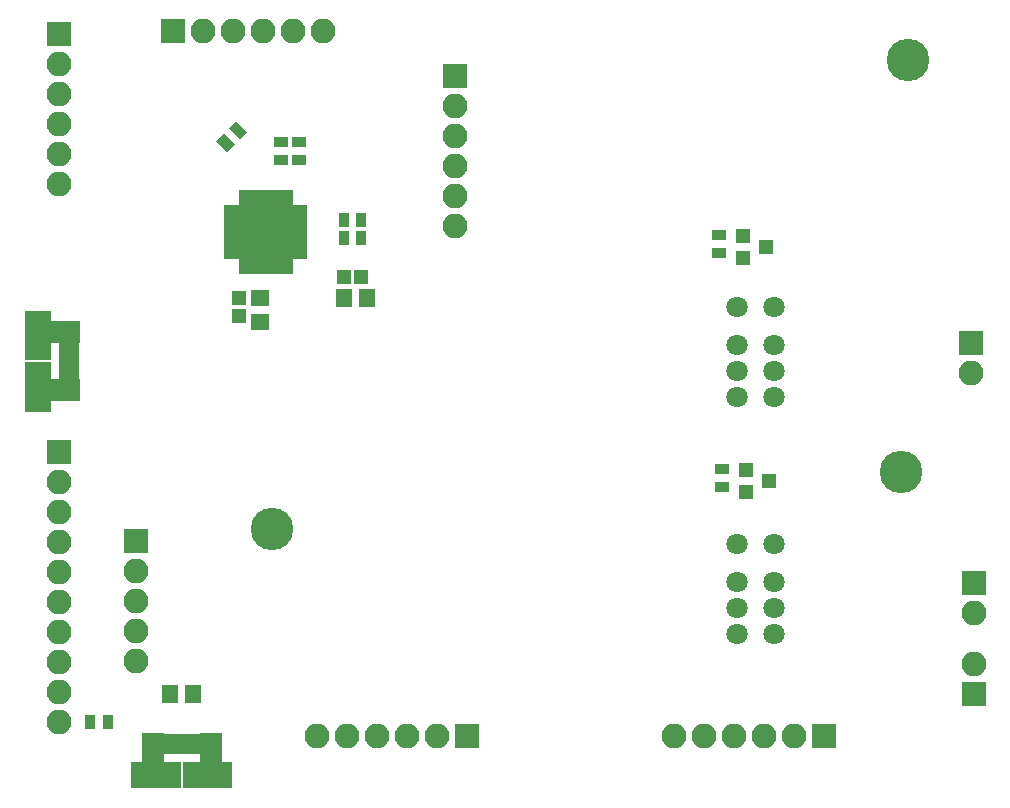
<source format=gts>
G04 #@! TF.FileFunction,Soldermask,Top*
%FSLAX46Y46*%
G04 Gerber Fmt 4.6, Leading zero omitted, Abs format (unit mm)*
G04 Created by KiCad (PCBNEW 4.0.7) date 07/06/18 10:56:57*
%MOMM*%
%LPD*%
G01*
G04 APERTURE LIST*
%ADD10C,0.100000*%
%ADD11C,3.600000*%
%ADD12R,2.100000X2.100000*%
%ADD13O,2.100000X2.100000*%
%ADD14R,1.400000X0.770000*%
%ADD15R,0.770000X1.400000*%
%ADD16R,1.462500X1.462500*%
%ADD17R,1.650000X1.400000*%
%ADD18R,1.150000X1.200000*%
%ADD19R,0.850000X1.780000*%
%ADD20R,1.875000X2.500000*%
%ADD21R,2.775000X2.300000*%
%ADD22R,1.575000X2.300000*%
%ADD23R,1.780000X0.850000*%
%ADD24R,2.500000X1.875000*%
%ADD25R,2.300000X2.775000*%
%ADD26R,2.300000X1.575000*%
%ADD27C,1.800000*%
%ADD28R,1.300000X1.200000*%
%ADD29R,1.300000X0.900000*%
%ADD30R,0.900000X1.300000*%
%ADD31R,1.400000X1.650000*%
%ADD32R,1.200000X1.150000*%
G04 APERTURE END LIST*
D10*
D11*
X111455200Y-110464600D03*
X58166000Y-115341400D03*
D12*
X49784000Y-73152000D03*
D13*
X52324000Y-73152000D03*
X54864000Y-73152000D03*
X57404000Y-73152000D03*
X59944000Y-73152000D03*
X62484000Y-73152000D03*
D14*
X54808000Y-88220000D03*
X54808000Y-88870000D03*
X54808000Y-89520000D03*
X54808000Y-90170000D03*
X54808000Y-90820000D03*
X54808000Y-91470000D03*
X54808000Y-92120000D03*
D15*
X55708000Y-93020000D03*
X56358000Y-93020000D03*
X57008000Y-93020000D03*
X57658000Y-93020000D03*
X58308000Y-93020000D03*
X58958000Y-93020000D03*
X59608000Y-93020000D03*
D14*
X60508000Y-92120000D03*
X60508000Y-91470000D03*
X60508000Y-90820000D03*
X60508000Y-90170000D03*
X60508000Y-89520000D03*
X60508000Y-88870000D03*
X60508000Y-88220000D03*
D15*
X59608000Y-87320000D03*
X58958000Y-87320000D03*
X58308000Y-87320000D03*
X57658000Y-87320000D03*
X57008000Y-87320000D03*
X56358000Y-87320000D03*
X55708000Y-87320000D03*
D16*
X59251750Y-91763750D03*
X59251750Y-90701250D03*
X59251750Y-89638750D03*
X59251750Y-88576250D03*
X58189250Y-91763750D03*
X58189250Y-90701250D03*
X58189250Y-89638750D03*
X58189250Y-88576250D03*
X57126750Y-91763750D03*
X57126750Y-90701250D03*
X57126750Y-89638750D03*
X57126750Y-88576250D03*
X56064250Y-91763750D03*
X56064250Y-90701250D03*
X56064250Y-89638750D03*
X56064250Y-88576250D03*
D17*
X57150000Y-97774000D03*
X57150000Y-95774000D03*
D18*
X55372000Y-95770000D03*
X55372000Y-97270000D03*
D19*
X49246000Y-133484000D03*
X49896000Y-133484000D03*
X50546000Y-133484000D03*
X51196000Y-133484000D03*
X51846000Y-133484000D03*
D20*
X48083500Y-133844000D03*
X53008500Y-133844000D03*
D21*
X47636000Y-136144000D03*
X53456000Y-136144000D03*
D22*
X49706000Y-136144000D03*
X51386000Y-136144000D03*
D12*
X74676000Y-132842000D03*
D13*
X72136000Y-132842000D03*
X69596000Y-132842000D03*
X67056000Y-132842000D03*
X64516000Y-132842000D03*
X61976000Y-132842000D03*
D12*
X104902000Y-132842000D03*
D13*
X102362000Y-132842000D03*
X99822000Y-132842000D03*
X97282000Y-132842000D03*
X94742000Y-132842000D03*
X92202000Y-132842000D03*
D23*
X41014000Y-99792000D03*
X41014000Y-100442000D03*
X41014000Y-101092000D03*
X41014000Y-101742000D03*
X41014000Y-102392000D03*
D24*
X40654000Y-98629500D03*
X40654000Y-103554500D03*
D25*
X38354000Y-98182000D03*
X38354000Y-104002000D03*
D26*
X38354000Y-100252000D03*
X38354000Y-101932000D03*
D12*
X117348000Y-99568000D03*
D13*
X117348000Y-102108000D03*
D12*
X117602000Y-119888000D03*
D13*
X117602000Y-122428000D03*
D27*
X97536000Y-96520000D03*
X100736000Y-96520000D03*
X97536000Y-99720000D03*
X97536000Y-101920000D03*
X97536000Y-104120000D03*
X100736000Y-99720000D03*
X100736000Y-101920000D03*
X100736000Y-104120000D03*
X97536000Y-116586000D03*
X100736000Y-116586000D03*
X97536000Y-119786000D03*
X97536000Y-121986000D03*
X97536000Y-124186000D03*
X100736000Y-119786000D03*
X100736000Y-121986000D03*
X100736000Y-124186000D03*
D28*
X98060000Y-90490000D03*
X98060000Y-92390000D03*
X100060000Y-91440000D03*
X98314000Y-110302000D03*
X98314000Y-112202000D03*
X100314000Y-111252000D03*
D29*
X96012000Y-91936000D03*
X96012000Y-90436000D03*
X96266000Y-111748000D03*
X96266000Y-110248000D03*
X58928000Y-82562000D03*
X58928000Y-84062000D03*
X60452000Y-84062000D03*
X60452000Y-82562000D03*
D12*
X117602000Y-129286000D03*
D13*
X117602000Y-126746000D03*
D30*
X65774000Y-90678000D03*
X64274000Y-90678000D03*
X65774000Y-89154000D03*
X64274000Y-89154000D03*
D31*
X66278000Y-95758000D03*
X64278000Y-95758000D03*
D32*
X64274000Y-93980000D03*
X65774000Y-93980000D03*
D31*
X51546000Y-129286000D03*
X49546000Y-129286000D03*
D12*
X40132000Y-73406000D03*
D13*
X40132000Y-75946000D03*
X40132000Y-78486000D03*
X40132000Y-81026000D03*
X40132000Y-83566000D03*
X40132000Y-86106000D03*
D12*
X73660000Y-76962000D03*
D13*
X73660000Y-79502000D03*
X73660000Y-82042000D03*
X73660000Y-84582000D03*
X73660000Y-87122000D03*
X73660000Y-89662000D03*
D12*
X40182800Y-108788200D03*
D13*
X40182800Y-111328200D03*
X40182800Y-113868200D03*
X40182800Y-116408200D03*
X40182800Y-118948200D03*
X40182800Y-121488200D03*
X40182800Y-124028200D03*
X40182800Y-126568200D03*
X40182800Y-129108200D03*
X40182800Y-131648200D03*
D12*
X46710600Y-116332000D03*
D13*
X46710600Y-118872000D03*
X46710600Y-121412000D03*
X46710600Y-123952000D03*
X46710600Y-126492000D03*
D30*
X42811000Y-131673600D03*
X44311000Y-131673600D03*
D11*
X112064800Y-75615800D03*
D10*
G36*
X54398891Y-83350147D02*
X53479653Y-82430909D01*
X54116049Y-81794513D01*
X55035287Y-82713751D01*
X54398891Y-83350147D01*
X54398891Y-83350147D01*
G37*
G36*
X55459551Y-82289487D02*
X54540313Y-81370249D01*
X55176709Y-80733853D01*
X56095947Y-81653091D01*
X55459551Y-82289487D01*
X55459551Y-82289487D01*
G37*
M02*

</source>
